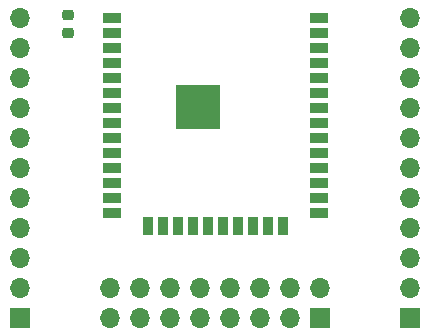
<source format=gbr>
%TF.GenerationSoftware,KiCad,Pcbnew,7.0.8*%
%TF.CreationDate,2024-01-12T13:16:21+01:00*%
%TF.ProjectId,adapter_ESP32,61646170-7465-4725-9f45-535033322e6b,rev?*%
%TF.SameCoordinates,Original*%
%TF.FileFunction,Soldermask,Top*%
%TF.FilePolarity,Negative*%
%FSLAX46Y46*%
G04 Gerber Fmt 4.6, Leading zero omitted, Abs format (unit mm)*
G04 Created by KiCad (PCBNEW 7.0.8) date 2024-01-12 13:16:21*
%MOMM*%
%LPD*%
G01*
G04 APERTURE LIST*
G04 Aperture macros list*
%AMRoundRect*
0 Rectangle with rounded corners*
0 $1 Rounding radius*
0 $2 $3 $4 $5 $6 $7 $8 $9 X,Y pos of 4 corners*
0 Add a 4 corners polygon primitive as box body*
4,1,4,$2,$3,$4,$5,$6,$7,$8,$9,$2,$3,0*
0 Add four circle primitives for the rounded corners*
1,1,$1+$1,$2,$3*
1,1,$1+$1,$4,$5*
1,1,$1+$1,$6,$7*
1,1,$1+$1,$8,$9*
0 Add four rect primitives between the rounded corners*
20,1,$1+$1,$2,$3,$4,$5,0*
20,1,$1+$1,$4,$5,$6,$7,0*
20,1,$1+$1,$6,$7,$8,$9,0*
20,1,$1+$1,$8,$9,$2,$3,0*%
G04 Aperture macros list end*
%ADD10R,1.700000X1.700000*%
%ADD11O,1.700000X1.700000*%
%ADD12RoundRect,0.225000X0.250000X-0.225000X0.250000X0.225000X-0.250000X0.225000X-0.250000X-0.225000X0*%
%ADD13R,1.500000X0.900000*%
%ADD14R,0.900000X1.500000*%
%ADD15C,0.600000*%
%ADD16R,3.800000X3.800000*%
G04 APERTURE END LIST*
D10*
%TO.C,J2*%
X63500000Y-66040000D03*
D11*
X63500000Y-63500000D03*
X60960000Y-66040000D03*
X60960000Y-63500000D03*
X58420000Y-66040000D03*
X58420000Y-63500000D03*
X55880000Y-66040000D03*
X55880000Y-63500000D03*
X53340000Y-66040000D03*
X53340000Y-63500000D03*
X50800000Y-66040000D03*
X50800000Y-63500000D03*
X48260000Y-66040000D03*
X48260000Y-63500000D03*
X45720000Y-66040000D03*
X45720000Y-63500000D03*
%TD*%
D12*
%TO.C,C1*%
X42164000Y-41923000D03*
X42164000Y-40373000D03*
%TD*%
D13*
%TO.C,U1*%
X45860000Y-40640000D03*
X45860000Y-41910000D03*
X45860000Y-43180000D03*
X45860000Y-44450000D03*
X45860000Y-45720000D03*
X45860000Y-46990000D03*
X45860000Y-48260000D03*
X45860000Y-49530000D03*
X45860000Y-50800000D03*
X45860000Y-52070000D03*
X45860000Y-53340000D03*
X45860000Y-54610000D03*
X45860000Y-55880000D03*
X45860000Y-57150000D03*
D14*
X48895000Y-58245000D03*
X50165000Y-58245000D03*
X51435000Y-58245000D03*
X52705000Y-58245000D03*
X53975000Y-58245000D03*
X55245000Y-58245000D03*
X56515000Y-58245000D03*
X57785000Y-58245000D03*
X59055000Y-58245000D03*
X60325000Y-58245000D03*
D13*
X63360000Y-57150000D03*
X63360000Y-55880000D03*
X63360000Y-54610000D03*
X63360000Y-53340000D03*
X63360000Y-52070000D03*
X63360000Y-50800000D03*
X63360000Y-49530000D03*
X63360000Y-48260000D03*
X63360000Y-46990000D03*
X63360000Y-45720000D03*
X63360000Y-44450000D03*
X63360000Y-43180000D03*
X63360000Y-41910000D03*
X63360000Y-40640000D03*
D15*
X51710000Y-47505000D03*
X51710000Y-48905000D03*
X52410000Y-46805000D03*
X52410000Y-48205000D03*
X52410000Y-49605000D03*
X53110000Y-47505000D03*
D16*
X53110000Y-48205000D03*
D15*
X53110000Y-48905000D03*
X53810000Y-46805000D03*
X53810000Y-48205000D03*
X53810000Y-49605000D03*
X54510000Y-47505000D03*
X54510000Y-48905000D03*
%TD*%
D10*
%TO.C,J1*%
X38100000Y-66040000D03*
D11*
X38100000Y-63500000D03*
X38100000Y-60960000D03*
X38100000Y-58420000D03*
X38100000Y-55880000D03*
X38100000Y-53340000D03*
X38100000Y-50800000D03*
X38100000Y-48260000D03*
X38100000Y-45720000D03*
X38100000Y-43180000D03*
X38100000Y-40640000D03*
%TD*%
D10*
%TO.C,J3*%
X71120000Y-66040000D03*
D11*
X71120000Y-63500000D03*
X71120000Y-60960000D03*
X71120000Y-58420000D03*
X71120000Y-55880000D03*
X71120000Y-53340000D03*
X71120000Y-50800000D03*
X71120000Y-48260000D03*
X71120000Y-45720000D03*
X71120000Y-43180000D03*
X71120000Y-40640000D03*
%TD*%
M02*

</source>
